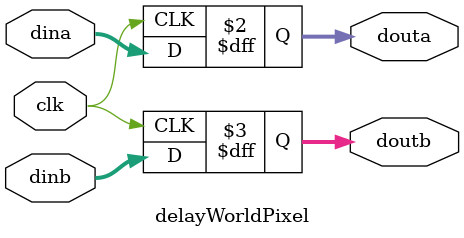
<source format=v>
`timescale 1ns / 1ps


module delayWorldPixel(
    input clk,
    input [1:0] dina,
    input [1:0] dinb,
    output reg [1:0] douta,
    output reg [1:0] doutb
    );
    
    always @(posedge clk) begin
        douta <= dina;
        doutb <= dinb;
    end
endmodule

</source>
